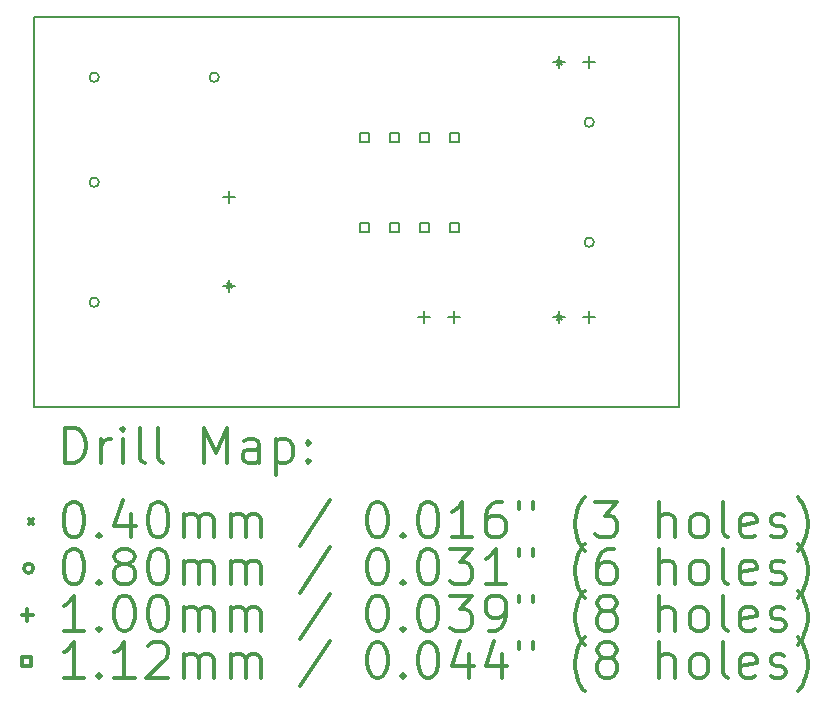
<source format=gbr>
%FSLAX45Y45*%
G04 Gerber Fmt 4.5, Leading zero omitted, Abs format (unit mm)*
G04 Created by KiCad (PCBNEW 4.0.7) date 11/13/17 00:53:44*
%MOMM*%
%LPD*%
G01*
G04 APERTURE LIST*
%ADD10C,0.127000*%
%ADD11C,0.150000*%
%ADD12C,0.200000*%
%ADD13C,0.300000*%
G04 APERTURE END LIST*
D10*
D11*
X11557000Y-8890000D02*
X11557000Y-10541000D01*
X17018000Y-8890000D02*
X11557000Y-8890000D01*
X17018000Y-9017000D02*
X17018000Y-8890000D01*
X17018000Y-12192000D02*
X11557000Y-12192000D01*
X11557000Y-12192000D02*
X11557000Y-10541000D01*
X17018000Y-9017000D02*
X17018000Y-12192000D01*
D12*
X13188000Y-11144000D02*
X13228000Y-11184000D01*
X13228000Y-11144000D02*
X13188000Y-11184000D01*
X15982000Y-9251000D02*
X16022000Y-9291000D01*
X16022000Y-9251000D02*
X15982000Y-9291000D01*
X15982000Y-11410000D02*
X16022000Y-11450000D01*
X16022000Y-11410000D02*
X15982000Y-11450000D01*
X12105000Y-9398000D02*
G75*
G03X12105000Y-9398000I-40000J0D01*
G01*
X12105000Y-10287000D02*
G75*
G03X12105000Y-10287000I-40000J0D01*
G01*
X12105000Y-11303000D02*
G75*
G03X12105000Y-11303000I-40000J0D01*
G01*
X13121000Y-9398000D02*
G75*
G03X13121000Y-9398000I-40000J0D01*
G01*
X16296000Y-9779000D02*
G75*
G03X16296000Y-9779000I-40000J0D01*
G01*
X16296000Y-10795000D02*
G75*
G03X16296000Y-10795000I-40000J0D01*
G01*
X13208000Y-10364000D02*
X13208000Y-10464000D01*
X13158000Y-10414000D02*
X13258000Y-10414000D01*
X13208000Y-11114000D02*
X13208000Y-11214000D01*
X13158000Y-11164000D02*
X13258000Y-11164000D01*
X14859000Y-11380000D02*
X14859000Y-11480000D01*
X14809000Y-11430000D02*
X14909000Y-11430000D01*
X15113000Y-11380000D02*
X15113000Y-11480000D01*
X15063000Y-11430000D02*
X15163000Y-11430000D01*
X16002000Y-9221000D02*
X16002000Y-9321000D01*
X15952000Y-9271000D02*
X16052000Y-9271000D01*
X16002000Y-11380000D02*
X16002000Y-11480000D01*
X15952000Y-11430000D02*
X16052000Y-11430000D01*
X16256000Y-9221000D02*
X16256000Y-9321000D01*
X16206000Y-9271000D02*
X16306000Y-9271000D01*
X16256000Y-11380000D02*
X16256000Y-11480000D01*
X16206000Y-11430000D02*
X16306000Y-11430000D01*
X14390513Y-9945514D02*
X14390513Y-9866487D01*
X14311486Y-9866487D01*
X14311486Y-9945514D01*
X14390513Y-9945514D01*
X14390513Y-10707514D02*
X14390513Y-10628487D01*
X14311486Y-10628487D01*
X14311486Y-10707514D01*
X14390513Y-10707514D01*
X14644513Y-9945514D02*
X14644513Y-9866487D01*
X14565486Y-9866487D01*
X14565486Y-9945514D01*
X14644513Y-9945514D01*
X14644513Y-10707514D02*
X14644513Y-10628487D01*
X14565486Y-10628487D01*
X14565486Y-10707514D01*
X14644513Y-10707514D01*
X14898513Y-9945514D02*
X14898513Y-9866487D01*
X14819486Y-9866487D01*
X14819486Y-9945514D01*
X14898513Y-9945514D01*
X14898513Y-10707514D02*
X14898513Y-10628487D01*
X14819486Y-10628487D01*
X14819486Y-10707514D01*
X14898513Y-10707514D01*
X15152513Y-9945514D02*
X15152513Y-9866487D01*
X15073486Y-9866487D01*
X15073486Y-9945514D01*
X15152513Y-9945514D01*
X15152513Y-10707514D02*
X15152513Y-10628487D01*
X15073486Y-10628487D01*
X15073486Y-10707514D01*
X15152513Y-10707514D01*
D13*
X11820928Y-12665214D02*
X11820928Y-12365214D01*
X11892357Y-12365214D01*
X11935214Y-12379500D01*
X11963786Y-12408071D01*
X11978071Y-12436643D01*
X11992357Y-12493786D01*
X11992357Y-12536643D01*
X11978071Y-12593786D01*
X11963786Y-12622357D01*
X11935214Y-12650929D01*
X11892357Y-12665214D01*
X11820928Y-12665214D01*
X12120928Y-12665214D02*
X12120928Y-12465214D01*
X12120928Y-12522357D02*
X12135214Y-12493786D01*
X12149500Y-12479500D01*
X12178071Y-12465214D01*
X12206643Y-12465214D01*
X12306643Y-12665214D02*
X12306643Y-12465214D01*
X12306643Y-12365214D02*
X12292357Y-12379500D01*
X12306643Y-12393786D01*
X12320928Y-12379500D01*
X12306643Y-12365214D01*
X12306643Y-12393786D01*
X12492357Y-12665214D02*
X12463786Y-12650929D01*
X12449500Y-12622357D01*
X12449500Y-12365214D01*
X12649500Y-12665214D02*
X12620928Y-12650929D01*
X12606643Y-12622357D01*
X12606643Y-12365214D01*
X12992357Y-12665214D02*
X12992357Y-12365214D01*
X13092357Y-12579500D01*
X13192357Y-12365214D01*
X13192357Y-12665214D01*
X13463786Y-12665214D02*
X13463786Y-12508071D01*
X13449500Y-12479500D01*
X13420928Y-12465214D01*
X13363786Y-12465214D01*
X13335214Y-12479500D01*
X13463786Y-12650929D02*
X13435214Y-12665214D01*
X13363786Y-12665214D01*
X13335214Y-12650929D01*
X13320928Y-12622357D01*
X13320928Y-12593786D01*
X13335214Y-12565214D01*
X13363786Y-12550929D01*
X13435214Y-12550929D01*
X13463786Y-12536643D01*
X13606643Y-12465214D02*
X13606643Y-12765214D01*
X13606643Y-12479500D02*
X13635214Y-12465214D01*
X13692357Y-12465214D01*
X13720928Y-12479500D01*
X13735214Y-12493786D01*
X13749500Y-12522357D01*
X13749500Y-12608071D01*
X13735214Y-12636643D01*
X13720928Y-12650929D01*
X13692357Y-12665214D01*
X13635214Y-12665214D01*
X13606643Y-12650929D01*
X13878071Y-12636643D02*
X13892357Y-12650929D01*
X13878071Y-12665214D01*
X13863786Y-12650929D01*
X13878071Y-12636643D01*
X13878071Y-12665214D01*
X13878071Y-12479500D02*
X13892357Y-12493786D01*
X13878071Y-12508071D01*
X13863786Y-12493786D01*
X13878071Y-12479500D01*
X13878071Y-12508071D01*
X11509500Y-13139500D02*
X11549500Y-13179500D01*
X11549500Y-13139500D02*
X11509500Y-13179500D01*
X11878071Y-12995214D02*
X11906643Y-12995214D01*
X11935214Y-13009500D01*
X11949500Y-13023786D01*
X11963786Y-13052357D01*
X11978071Y-13109500D01*
X11978071Y-13180929D01*
X11963786Y-13238071D01*
X11949500Y-13266643D01*
X11935214Y-13280929D01*
X11906643Y-13295214D01*
X11878071Y-13295214D01*
X11849500Y-13280929D01*
X11835214Y-13266643D01*
X11820928Y-13238071D01*
X11806643Y-13180929D01*
X11806643Y-13109500D01*
X11820928Y-13052357D01*
X11835214Y-13023786D01*
X11849500Y-13009500D01*
X11878071Y-12995214D01*
X12106643Y-13266643D02*
X12120928Y-13280929D01*
X12106643Y-13295214D01*
X12092357Y-13280929D01*
X12106643Y-13266643D01*
X12106643Y-13295214D01*
X12378071Y-13095214D02*
X12378071Y-13295214D01*
X12306643Y-12980929D02*
X12235214Y-13195214D01*
X12420928Y-13195214D01*
X12592357Y-12995214D02*
X12620928Y-12995214D01*
X12649500Y-13009500D01*
X12663786Y-13023786D01*
X12678071Y-13052357D01*
X12692357Y-13109500D01*
X12692357Y-13180929D01*
X12678071Y-13238071D01*
X12663786Y-13266643D01*
X12649500Y-13280929D01*
X12620928Y-13295214D01*
X12592357Y-13295214D01*
X12563786Y-13280929D01*
X12549500Y-13266643D01*
X12535214Y-13238071D01*
X12520928Y-13180929D01*
X12520928Y-13109500D01*
X12535214Y-13052357D01*
X12549500Y-13023786D01*
X12563786Y-13009500D01*
X12592357Y-12995214D01*
X12820928Y-13295214D02*
X12820928Y-13095214D01*
X12820928Y-13123786D02*
X12835214Y-13109500D01*
X12863786Y-13095214D01*
X12906643Y-13095214D01*
X12935214Y-13109500D01*
X12949500Y-13138071D01*
X12949500Y-13295214D01*
X12949500Y-13138071D02*
X12963786Y-13109500D01*
X12992357Y-13095214D01*
X13035214Y-13095214D01*
X13063786Y-13109500D01*
X13078071Y-13138071D01*
X13078071Y-13295214D01*
X13220928Y-13295214D02*
X13220928Y-13095214D01*
X13220928Y-13123786D02*
X13235214Y-13109500D01*
X13263786Y-13095214D01*
X13306643Y-13095214D01*
X13335214Y-13109500D01*
X13349500Y-13138071D01*
X13349500Y-13295214D01*
X13349500Y-13138071D02*
X13363786Y-13109500D01*
X13392357Y-13095214D01*
X13435214Y-13095214D01*
X13463786Y-13109500D01*
X13478071Y-13138071D01*
X13478071Y-13295214D01*
X14063786Y-12980929D02*
X13806643Y-13366643D01*
X14449500Y-12995214D02*
X14478071Y-12995214D01*
X14506643Y-13009500D01*
X14520928Y-13023786D01*
X14535214Y-13052357D01*
X14549500Y-13109500D01*
X14549500Y-13180929D01*
X14535214Y-13238071D01*
X14520928Y-13266643D01*
X14506643Y-13280929D01*
X14478071Y-13295214D01*
X14449500Y-13295214D01*
X14420928Y-13280929D01*
X14406643Y-13266643D01*
X14392357Y-13238071D01*
X14378071Y-13180929D01*
X14378071Y-13109500D01*
X14392357Y-13052357D01*
X14406643Y-13023786D01*
X14420928Y-13009500D01*
X14449500Y-12995214D01*
X14678071Y-13266643D02*
X14692357Y-13280929D01*
X14678071Y-13295214D01*
X14663786Y-13280929D01*
X14678071Y-13266643D01*
X14678071Y-13295214D01*
X14878071Y-12995214D02*
X14906643Y-12995214D01*
X14935214Y-13009500D01*
X14949500Y-13023786D01*
X14963785Y-13052357D01*
X14978071Y-13109500D01*
X14978071Y-13180929D01*
X14963785Y-13238071D01*
X14949500Y-13266643D01*
X14935214Y-13280929D01*
X14906643Y-13295214D01*
X14878071Y-13295214D01*
X14849500Y-13280929D01*
X14835214Y-13266643D01*
X14820928Y-13238071D01*
X14806643Y-13180929D01*
X14806643Y-13109500D01*
X14820928Y-13052357D01*
X14835214Y-13023786D01*
X14849500Y-13009500D01*
X14878071Y-12995214D01*
X15263785Y-13295214D02*
X15092357Y-13295214D01*
X15178071Y-13295214D02*
X15178071Y-12995214D01*
X15149500Y-13038071D01*
X15120928Y-13066643D01*
X15092357Y-13080929D01*
X15520928Y-12995214D02*
X15463785Y-12995214D01*
X15435214Y-13009500D01*
X15420928Y-13023786D01*
X15392357Y-13066643D01*
X15378071Y-13123786D01*
X15378071Y-13238071D01*
X15392357Y-13266643D01*
X15406643Y-13280929D01*
X15435214Y-13295214D01*
X15492357Y-13295214D01*
X15520928Y-13280929D01*
X15535214Y-13266643D01*
X15549500Y-13238071D01*
X15549500Y-13166643D01*
X15535214Y-13138071D01*
X15520928Y-13123786D01*
X15492357Y-13109500D01*
X15435214Y-13109500D01*
X15406643Y-13123786D01*
X15392357Y-13138071D01*
X15378071Y-13166643D01*
X15663786Y-12995214D02*
X15663786Y-13052357D01*
X15778071Y-12995214D02*
X15778071Y-13052357D01*
X16220928Y-13409500D02*
X16206643Y-13395214D01*
X16178071Y-13352357D01*
X16163785Y-13323786D01*
X16149500Y-13280929D01*
X16135214Y-13209500D01*
X16135214Y-13152357D01*
X16149500Y-13080929D01*
X16163785Y-13038071D01*
X16178071Y-13009500D01*
X16206643Y-12966643D01*
X16220928Y-12952357D01*
X16306643Y-12995214D02*
X16492357Y-12995214D01*
X16392357Y-13109500D01*
X16435214Y-13109500D01*
X16463785Y-13123786D01*
X16478071Y-13138071D01*
X16492357Y-13166643D01*
X16492357Y-13238071D01*
X16478071Y-13266643D01*
X16463785Y-13280929D01*
X16435214Y-13295214D01*
X16349500Y-13295214D01*
X16320928Y-13280929D01*
X16306643Y-13266643D01*
X16849500Y-13295214D02*
X16849500Y-12995214D01*
X16978071Y-13295214D02*
X16978071Y-13138071D01*
X16963786Y-13109500D01*
X16935214Y-13095214D01*
X16892357Y-13095214D01*
X16863786Y-13109500D01*
X16849500Y-13123786D01*
X17163786Y-13295214D02*
X17135214Y-13280929D01*
X17120928Y-13266643D01*
X17106643Y-13238071D01*
X17106643Y-13152357D01*
X17120928Y-13123786D01*
X17135214Y-13109500D01*
X17163786Y-13095214D01*
X17206643Y-13095214D01*
X17235214Y-13109500D01*
X17249500Y-13123786D01*
X17263786Y-13152357D01*
X17263786Y-13238071D01*
X17249500Y-13266643D01*
X17235214Y-13280929D01*
X17206643Y-13295214D01*
X17163786Y-13295214D01*
X17435214Y-13295214D02*
X17406643Y-13280929D01*
X17392357Y-13252357D01*
X17392357Y-12995214D01*
X17663786Y-13280929D02*
X17635214Y-13295214D01*
X17578071Y-13295214D01*
X17549500Y-13280929D01*
X17535214Y-13252357D01*
X17535214Y-13138071D01*
X17549500Y-13109500D01*
X17578071Y-13095214D01*
X17635214Y-13095214D01*
X17663786Y-13109500D01*
X17678071Y-13138071D01*
X17678071Y-13166643D01*
X17535214Y-13195214D01*
X17792357Y-13280929D02*
X17820929Y-13295214D01*
X17878071Y-13295214D01*
X17906643Y-13280929D01*
X17920929Y-13252357D01*
X17920929Y-13238071D01*
X17906643Y-13209500D01*
X17878071Y-13195214D01*
X17835214Y-13195214D01*
X17806643Y-13180929D01*
X17792357Y-13152357D01*
X17792357Y-13138071D01*
X17806643Y-13109500D01*
X17835214Y-13095214D01*
X17878071Y-13095214D01*
X17906643Y-13109500D01*
X18020928Y-13409500D02*
X18035214Y-13395214D01*
X18063786Y-13352357D01*
X18078071Y-13323786D01*
X18092357Y-13280929D01*
X18106643Y-13209500D01*
X18106643Y-13152357D01*
X18092357Y-13080929D01*
X18078071Y-13038071D01*
X18063786Y-13009500D01*
X18035214Y-12966643D01*
X18020928Y-12952357D01*
X11549500Y-13555500D02*
G75*
G03X11549500Y-13555500I-40000J0D01*
G01*
X11878071Y-13391214D02*
X11906643Y-13391214D01*
X11935214Y-13405500D01*
X11949500Y-13419786D01*
X11963786Y-13448357D01*
X11978071Y-13505500D01*
X11978071Y-13576929D01*
X11963786Y-13634071D01*
X11949500Y-13662643D01*
X11935214Y-13676929D01*
X11906643Y-13691214D01*
X11878071Y-13691214D01*
X11849500Y-13676929D01*
X11835214Y-13662643D01*
X11820928Y-13634071D01*
X11806643Y-13576929D01*
X11806643Y-13505500D01*
X11820928Y-13448357D01*
X11835214Y-13419786D01*
X11849500Y-13405500D01*
X11878071Y-13391214D01*
X12106643Y-13662643D02*
X12120928Y-13676929D01*
X12106643Y-13691214D01*
X12092357Y-13676929D01*
X12106643Y-13662643D01*
X12106643Y-13691214D01*
X12292357Y-13519786D02*
X12263786Y-13505500D01*
X12249500Y-13491214D01*
X12235214Y-13462643D01*
X12235214Y-13448357D01*
X12249500Y-13419786D01*
X12263786Y-13405500D01*
X12292357Y-13391214D01*
X12349500Y-13391214D01*
X12378071Y-13405500D01*
X12392357Y-13419786D01*
X12406643Y-13448357D01*
X12406643Y-13462643D01*
X12392357Y-13491214D01*
X12378071Y-13505500D01*
X12349500Y-13519786D01*
X12292357Y-13519786D01*
X12263786Y-13534071D01*
X12249500Y-13548357D01*
X12235214Y-13576929D01*
X12235214Y-13634071D01*
X12249500Y-13662643D01*
X12263786Y-13676929D01*
X12292357Y-13691214D01*
X12349500Y-13691214D01*
X12378071Y-13676929D01*
X12392357Y-13662643D01*
X12406643Y-13634071D01*
X12406643Y-13576929D01*
X12392357Y-13548357D01*
X12378071Y-13534071D01*
X12349500Y-13519786D01*
X12592357Y-13391214D02*
X12620928Y-13391214D01*
X12649500Y-13405500D01*
X12663786Y-13419786D01*
X12678071Y-13448357D01*
X12692357Y-13505500D01*
X12692357Y-13576929D01*
X12678071Y-13634071D01*
X12663786Y-13662643D01*
X12649500Y-13676929D01*
X12620928Y-13691214D01*
X12592357Y-13691214D01*
X12563786Y-13676929D01*
X12549500Y-13662643D01*
X12535214Y-13634071D01*
X12520928Y-13576929D01*
X12520928Y-13505500D01*
X12535214Y-13448357D01*
X12549500Y-13419786D01*
X12563786Y-13405500D01*
X12592357Y-13391214D01*
X12820928Y-13691214D02*
X12820928Y-13491214D01*
X12820928Y-13519786D02*
X12835214Y-13505500D01*
X12863786Y-13491214D01*
X12906643Y-13491214D01*
X12935214Y-13505500D01*
X12949500Y-13534071D01*
X12949500Y-13691214D01*
X12949500Y-13534071D02*
X12963786Y-13505500D01*
X12992357Y-13491214D01*
X13035214Y-13491214D01*
X13063786Y-13505500D01*
X13078071Y-13534071D01*
X13078071Y-13691214D01*
X13220928Y-13691214D02*
X13220928Y-13491214D01*
X13220928Y-13519786D02*
X13235214Y-13505500D01*
X13263786Y-13491214D01*
X13306643Y-13491214D01*
X13335214Y-13505500D01*
X13349500Y-13534071D01*
X13349500Y-13691214D01*
X13349500Y-13534071D02*
X13363786Y-13505500D01*
X13392357Y-13491214D01*
X13435214Y-13491214D01*
X13463786Y-13505500D01*
X13478071Y-13534071D01*
X13478071Y-13691214D01*
X14063786Y-13376929D02*
X13806643Y-13762643D01*
X14449500Y-13391214D02*
X14478071Y-13391214D01*
X14506643Y-13405500D01*
X14520928Y-13419786D01*
X14535214Y-13448357D01*
X14549500Y-13505500D01*
X14549500Y-13576929D01*
X14535214Y-13634071D01*
X14520928Y-13662643D01*
X14506643Y-13676929D01*
X14478071Y-13691214D01*
X14449500Y-13691214D01*
X14420928Y-13676929D01*
X14406643Y-13662643D01*
X14392357Y-13634071D01*
X14378071Y-13576929D01*
X14378071Y-13505500D01*
X14392357Y-13448357D01*
X14406643Y-13419786D01*
X14420928Y-13405500D01*
X14449500Y-13391214D01*
X14678071Y-13662643D02*
X14692357Y-13676929D01*
X14678071Y-13691214D01*
X14663786Y-13676929D01*
X14678071Y-13662643D01*
X14678071Y-13691214D01*
X14878071Y-13391214D02*
X14906643Y-13391214D01*
X14935214Y-13405500D01*
X14949500Y-13419786D01*
X14963785Y-13448357D01*
X14978071Y-13505500D01*
X14978071Y-13576929D01*
X14963785Y-13634071D01*
X14949500Y-13662643D01*
X14935214Y-13676929D01*
X14906643Y-13691214D01*
X14878071Y-13691214D01*
X14849500Y-13676929D01*
X14835214Y-13662643D01*
X14820928Y-13634071D01*
X14806643Y-13576929D01*
X14806643Y-13505500D01*
X14820928Y-13448357D01*
X14835214Y-13419786D01*
X14849500Y-13405500D01*
X14878071Y-13391214D01*
X15078071Y-13391214D02*
X15263785Y-13391214D01*
X15163785Y-13505500D01*
X15206643Y-13505500D01*
X15235214Y-13519786D01*
X15249500Y-13534071D01*
X15263785Y-13562643D01*
X15263785Y-13634071D01*
X15249500Y-13662643D01*
X15235214Y-13676929D01*
X15206643Y-13691214D01*
X15120928Y-13691214D01*
X15092357Y-13676929D01*
X15078071Y-13662643D01*
X15549500Y-13691214D02*
X15378071Y-13691214D01*
X15463785Y-13691214D02*
X15463785Y-13391214D01*
X15435214Y-13434071D01*
X15406643Y-13462643D01*
X15378071Y-13476929D01*
X15663786Y-13391214D02*
X15663786Y-13448357D01*
X15778071Y-13391214D02*
X15778071Y-13448357D01*
X16220928Y-13805500D02*
X16206643Y-13791214D01*
X16178071Y-13748357D01*
X16163785Y-13719786D01*
X16149500Y-13676929D01*
X16135214Y-13605500D01*
X16135214Y-13548357D01*
X16149500Y-13476929D01*
X16163785Y-13434071D01*
X16178071Y-13405500D01*
X16206643Y-13362643D01*
X16220928Y-13348357D01*
X16463785Y-13391214D02*
X16406643Y-13391214D01*
X16378071Y-13405500D01*
X16363785Y-13419786D01*
X16335214Y-13462643D01*
X16320928Y-13519786D01*
X16320928Y-13634071D01*
X16335214Y-13662643D01*
X16349500Y-13676929D01*
X16378071Y-13691214D01*
X16435214Y-13691214D01*
X16463785Y-13676929D01*
X16478071Y-13662643D01*
X16492357Y-13634071D01*
X16492357Y-13562643D01*
X16478071Y-13534071D01*
X16463785Y-13519786D01*
X16435214Y-13505500D01*
X16378071Y-13505500D01*
X16349500Y-13519786D01*
X16335214Y-13534071D01*
X16320928Y-13562643D01*
X16849500Y-13691214D02*
X16849500Y-13391214D01*
X16978071Y-13691214D02*
X16978071Y-13534071D01*
X16963786Y-13505500D01*
X16935214Y-13491214D01*
X16892357Y-13491214D01*
X16863786Y-13505500D01*
X16849500Y-13519786D01*
X17163786Y-13691214D02*
X17135214Y-13676929D01*
X17120928Y-13662643D01*
X17106643Y-13634071D01*
X17106643Y-13548357D01*
X17120928Y-13519786D01*
X17135214Y-13505500D01*
X17163786Y-13491214D01*
X17206643Y-13491214D01*
X17235214Y-13505500D01*
X17249500Y-13519786D01*
X17263786Y-13548357D01*
X17263786Y-13634071D01*
X17249500Y-13662643D01*
X17235214Y-13676929D01*
X17206643Y-13691214D01*
X17163786Y-13691214D01*
X17435214Y-13691214D02*
X17406643Y-13676929D01*
X17392357Y-13648357D01*
X17392357Y-13391214D01*
X17663786Y-13676929D02*
X17635214Y-13691214D01*
X17578071Y-13691214D01*
X17549500Y-13676929D01*
X17535214Y-13648357D01*
X17535214Y-13534071D01*
X17549500Y-13505500D01*
X17578071Y-13491214D01*
X17635214Y-13491214D01*
X17663786Y-13505500D01*
X17678071Y-13534071D01*
X17678071Y-13562643D01*
X17535214Y-13591214D01*
X17792357Y-13676929D02*
X17820929Y-13691214D01*
X17878071Y-13691214D01*
X17906643Y-13676929D01*
X17920929Y-13648357D01*
X17920929Y-13634071D01*
X17906643Y-13605500D01*
X17878071Y-13591214D01*
X17835214Y-13591214D01*
X17806643Y-13576929D01*
X17792357Y-13548357D01*
X17792357Y-13534071D01*
X17806643Y-13505500D01*
X17835214Y-13491214D01*
X17878071Y-13491214D01*
X17906643Y-13505500D01*
X18020928Y-13805500D02*
X18035214Y-13791214D01*
X18063786Y-13748357D01*
X18078071Y-13719786D01*
X18092357Y-13676929D01*
X18106643Y-13605500D01*
X18106643Y-13548357D01*
X18092357Y-13476929D01*
X18078071Y-13434071D01*
X18063786Y-13405500D01*
X18035214Y-13362643D01*
X18020928Y-13348357D01*
X11499500Y-13901500D02*
X11499500Y-14001500D01*
X11449500Y-13951500D02*
X11549500Y-13951500D01*
X11978071Y-14087214D02*
X11806643Y-14087214D01*
X11892357Y-14087214D02*
X11892357Y-13787214D01*
X11863786Y-13830071D01*
X11835214Y-13858643D01*
X11806643Y-13872929D01*
X12106643Y-14058643D02*
X12120928Y-14072929D01*
X12106643Y-14087214D01*
X12092357Y-14072929D01*
X12106643Y-14058643D01*
X12106643Y-14087214D01*
X12306643Y-13787214D02*
X12335214Y-13787214D01*
X12363786Y-13801500D01*
X12378071Y-13815786D01*
X12392357Y-13844357D01*
X12406643Y-13901500D01*
X12406643Y-13972929D01*
X12392357Y-14030071D01*
X12378071Y-14058643D01*
X12363786Y-14072929D01*
X12335214Y-14087214D01*
X12306643Y-14087214D01*
X12278071Y-14072929D01*
X12263786Y-14058643D01*
X12249500Y-14030071D01*
X12235214Y-13972929D01*
X12235214Y-13901500D01*
X12249500Y-13844357D01*
X12263786Y-13815786D01*
X12278071Y-13801500D01*
X12306643Y-13787214D01*
X12592357Y-13787214D02*
X12620928Y-13787214D01*
X12649500Y-13801500D01*
X12663786Y-13815786D01*
X12678071Y-13844357D01*
X12692357Y-13901500D01*
X12692357Y-13972929D01*
X12678071Y-14030071D01*
X12663786Y-14058643D01*
X12649500Y-14072929D01*
X12620928Y-14087214D01*
X12592357Y-14087214D01*
X12563786Y-14072929D01*
X12549500Y-14058643D01*
X12535214Y-14030071D01*
X12520928Y-13972929D01*
X12520928Y-13901500D01*
X12535214Y-13844357D01*
X12549500Y-13815786D01*
X12563786Y-13801500D01*
X12592357Y-13787214D01*
X12820928Y-14087214D02*
X12820928Y-13887214D01*
X12820928Y-13915786D02*
X12835214Y-13901500D01*
X12863786Y-13887214D01*
X12906643Y-13887214D01*
X12935214Y-13901500D01*
X12949500Y-13930071D01*
X12949500Y-14087214D01*
X12949500Y-13930071D02*
X12963786Y-13901500D01*
X12992357Y-13887214D01*
X13035214Y-13887214D01*
X13063786Y-13901500D01*
X13078071Y-13930071D01*
X13078071Y-14087214D01*
X13220928Y-14087214D02*
X13220928Y-13887214D01*
X13220928Y-13915786D02*
X13235214Y-13901500D01*
X13263786Y-13887214D01*
X13306643Y-13887214D01*
X13335214Y-13901500D01*
X13349500Y-13930071D01*
X13349500Y-14087214D01*
X13349500Y-13930071D02*
X13363786Y-13901500D01*
X13392357Y-13887214D01*
X13435214Y-13887214D01*
X13463786Y-13901500D01*
X13478071Y-13930071D01*
X13478071Y-14087214D01*
X14063786Y-13772929D02*
X13806643Y-14158643D01*
X14449500Y-13787214D02*
X14478071Y-13787214D01*
X14506643Y-13801500D01*
X14520928Y-13815786D01*
X14535214Y-13844357D01*
X14549500Y-13901500D01*
X14549500Y-13972929D01*
X14535214Y-14030071D01*
X14520928Y-14058643D01*
X14506643Y-14072929D01*
X14478071Y-14087214D01*
X14449500Y-14087214D01*
X14420928Y-14072929D01*
X14406643Y-14058643D01*
X14392357Y-14030071D01*
X14378071Y-13972929D01*
X14378071Y-13901500D01*
X14392357Y-13844357D01*
X14406643Y-13815786D01*
X14420928Y-13801500D01*
X14449500Y-13787214D01*
X14678071Y-14058643D02*
X14692357Y-14072929D01*
X14678071Y-14087214D01*
X14663786Y-14072929D01*
X14678071Y-14058643D01*
X14678071Y-14087214D01*
X14878071Y-13787214D02*
X14906643Y-13787214D01*
X14935214Y-13801500D01*
X14949500Y-13815786D01*
X14963785Y-13844357D01*
X14978071Y-13901500D01*
X14978071Y-13972929D01*
X14963785Y-14030071D01*
X14949500Y-14058643D01*
X14935214Y-14072929D01*
X14906643Y-14087214D01*
X14878071Y-14087214D01*
X14849500Y-14072929D01*
X14835214Y-14058643D01*
X14820928Y-14030071D01*
X14806643Y-13972929D01*
X14806643Y-13901500D01*
X14820928Y-13844357D01*
X14835214Y-13815786D01*
X14849500Y-13801500D01*
X14878071Y-13787214D01*
X15078071Y-13787214D02*
X15263785Y-13787214D01*
X15163785Y-13901500D01*
X15206643Y-13901500D01*
X15235214Y-13915786D01*
X15249500Y-13930071D01*
X15263785Y-13958643D01*
X15263785Y-14030071D01*
X15249500Y-14058643D01*
X15235214Y-14072929D01*
X15206643Y-14087214D01*
X15120928Y-14087214D01*
X15092357Y-14072929D01*
X15078071Y-14058643D01*
X15406643Y-14087214D02*
X15463785Y-14087214D01*
X15492357Y-14072929D01*
X15506643Y-14058643D01*
X15535214Y-14015786D01*
X15549500Y-13958643D01*
X15549500Y-13844357D01*
X15535214Y-13815786D01*
X15520928Y-13801500D01*
X15492357Y-13787214D01*
X15435214Y-13787214D01*
X15406643Y-13801500D01*
X15392357Y-13815786D01*
X15378071Y-13844357D01*
X15378071Y-13915786D01*
X15392357Y-13944357D01*
X15406643Y-13958643D01*
X15435214Y-13972929D01*
X15492357Y-13972929D01*
X15520928Y-13958643D01*
X15535214Y-13944357D01*
X15549500Y-13915786D01*
X15663786Y-13787214D02*
X15663786Y-13844357D01*
X15778071Y-13787214D02*
X15778071Y-13844357D01*
X16220928Y-14201500D02*
X16206643Y-14187214D01*
X16178071Y-14144357D01*
X16163785Y-14115786D01*
X16149500Y-14072929D01*
X16135214Y-14001500D01*
X16135214Y-13944357D01*
X16149500Y-13872929D01*
X16163785Y-13830071D01*
X16178071Y-13801500D01*
X16206643Y-13758643D01*
X16220928Y-13744357D01*
X16378071Y-13915786D02*
X16349500Y-13901500D01*
X16335214Y-13887214D01*
X16320928Y-13858643D01*
X16320928Y-13844357D01*
X16335214Y-13815786D01*
X16349500Y-13801500D01*
X16378071Y-13787214D01*
X16435214Y-13787214D01*
X16463785Y-13801500D01*
X16478071Y-13815786D01*
X16492357Y-13844357D01*
X16492357Y-13858643D01*
X16478071Y-13887214D01*
X16463785Y-13901500D01*
X16435214Y-13915786D01*
X16378071Y-13915786D01*
X16349500Y-13930071D01*
X16335214Y-13944357D01*
X16320928Y-13972929D01*
X16320928Y-14030071D01*
X16335214Y-14058643D01*
X16349500Y-14072929D01*
X16378071Y-14087214D01*
X16435214Y-14087214D01*
X16463785Y-14072929D01*
X16478071Y-14058643D01*
X16492357Y-14030071D01*
X16492357Y-13972929D01*
X16478071Y-13944357D01*
X16463785Y-13930071D01*
X16435214Y-13915786D01*
X16849500Y-14087214D02*
X16849500Y-13787214D01*
X16978071Y-14087214D02*
X16978071Y-13930071D01*
X16963786Y-13901500D01*
X16935214Y-13887214D01*
X16892357Y-13887214D01*
X16863786Y-13901500D01*
X16849500Y-13915786D01*
X17163786Y-14087214D02*
X17135214Y-14072929D01*
X17120928Y-14058643D01*
X17106643Y-14030071D01*
X17106643Y-13944357D01*
X17120928Y-13915786D01*
X17135214Y-13901500D01*
X17163786Y-13887214D01*
X17206643Y-13887214D01*
X17235214Y-13901500D01*
X17249500Y-13915786D01*
X17263786Y-13944357D01*
X17263786Y-14030071D01*
X17249500Y-14058643D01*
X17235214Y-14072929D01*
X17206643Y-14087214D01*
X17163786Y-14087214D01*
X17435214Y-14087214D02*
X17406643Y-14072929D01*
X17392357Y-14044357D01*
X17392357Y-13787214D01*
X17663786Y-14072929D02*
X17635214Y-14087214D01*
X17578071Y-14087214D01*
X17549500Y-14072929D01*
X17535214Y-14044357D01*
X17535214Y-13930071D01*
X17549500Y-13901500D01*
X17578071Y-13887214D01*
X17635214Y-13887214D01*
X17663786Y-13901500D01*
X17678071Y-13930071D01*
X17678071Y-13958643D01*
X17535214Y-13987214D01*
X17792357Y-14072929D02*
X17820929Y-14087214D01*
X17878071Y-14087214D01*
X17906643Y-14072929D01*
X17920929Y-14044357D01*
X17920929Y-14030071D01*
X17906643Y-14001500D01*
X17878071Y-13987214D01*
X17835214Y-13987214D01*
X17806643Y-13972929D01*
X17792357Y-13944357D01*
X17792357Y-13930071D01*
X17806643Y-13901500D01*
X17835214Y-13887214D01*
X17878071Y-13887214D01*
X17906643Y-13901500D01*
X18020928Y-14201500D02*
X18035214Y-14187214D01*
X18063786Y-14144357D01*
X18078071Y-14115786D01*
X18092357Y-14072929D01*
X18106643Y-14001500D01*
X18106643Y-13944357D01*
X18092357Y-13872929D01*
X18078071Y-13830071D01*
X18063786Y-13801500D01*
X18035214Y-13758643D01*
X18020928Y-13744357D01*
X11533133Y-14387014D02*
X11533133Y-14307987D01*
X11454106Y-14307987D01*
X11454106Y-14387014D01*
X11533133Y-14387014D01*
X11978071Y-14483214D02*
X11806643Y-14483214D01*
X11892357Y-14483214D02*
X11892357Y-14183214D01*
X11863786Y-14226071D01*
X11835214Y-14254643D01*
X11806643Y-14268929D01*
X12106643Y-14454643D02*
X12120928Y-14468929D01*
X12106643Y-14483214D01*
X12092357Y-14468929D01*
X12106643Y-14454643D01*
X12106643Y-14483214D01*
X12406643Y-14483214D02*
X12235214Y-14483214D01*
X12320928Y-14483214D02*
X12320928Y-14183214D01*
X12292357Y-14226071D01*
X12263786Y-14254643D01*
X12235214Y-14268929D01*
X12520928Y-14211786D02*
X12535214Y-14197500D01*
X12563786Y-14183214D01*
X12635214Y-14183214D01*
X12663786Y-14197500D01*
X12678071Y-14211786D01*
X12692357Y-14240357D01*
X12692357Y-14268929D01*
X12678071Y-14311786D01*
X12506643Y-14483214D01*
X12692357Y-14483214D01*
X12820928Y-14483214D02*
X12820928Y-14283214D01*
X12820928Y-14311786D02*
X12835214Y-14297500D01*
X12863786Y-14283214D01*
X12906643Y-14283214D01*
X12935214Y-14297500D01*
X12949500Y-14326071D01*
X12949500Y-14483214D01*
X12949500Y-14326071D02*
X12963786Y-14297500D01*
X12992357Y-14283214D01*
X13035214Y-14283214D01*
X13063786Y-14297500D01*
X13078071Y-14326071D01*
X13078071Y-14483214D01*
X13220928Y-14483214D02*
X13220928Y-14283214D01*
X13220928Y-14311786D02*
X13235214Y-14297500D01*
X13263786Y-14283214D01*
X13306643Y-14283214D01*
X13335214Y-14297500D01*
X13349500Y-14326071D01*
X13349500Y-14483214D01*
X13349500Y-14326071D02*
X13363786Y-14297500D01*
X13392357Y-14283214D01*
X13435214Y-14283214D01*
X13463786Y-14297500D01*
X13478071Y-14326071D01*
X13478071Y-14483214D01*
X14063786Y-14168929D02*
X13806643Y-14554643D01*
X14449500Y-14183214D02*
X14478071Y-14183214D01*
X14506643Y-14197500D01*
X14520928Y-14211786D01*
X14535214Y-14240357D01*
X14549500Y-14297500D01*
X14549500Y-14368929D01*
X14535214Y-14426071D01*
X14520928Y-14454643D01*
X14506643Y-14468929D01*
X14478071Y-14483214D01*
X14449500Y-14483214D01*
X14420928Y-14468929D01*
X14406643Y-14454643D01*
X14392357Y-14426071D01*
X14378071Y-14368929D01*
X14378071Y-14297500D01*
X14392357Y-14240357D01*
X14406643Y-14211786D01*
X14420928Y-14197500D01*
X14449500Y-14183214D01*
X14678071Y-14454643D02*
X14692357Y-14468929D01*
X14678071Y-14483214D01*
X14663786Y-14468929D01*
X14678071Y-14454643D01*
X14678071Y-14483214D01*
X14878071Y-14183214D02*
X14906643Y-14183214D01*
X14935214Y-14197500D01*
X14949500Y-14211786D01*
X14963785Y-14240357D01*
X14978071Y-14297500D01*
X14978071Y-14368929D01*
X14963785Y-14426071D01*
X14949500Y-14454643D01*
X14935214Y-14468929D01*
X14906643Y-14483214D01*
X14878071Y-14483214D01*
X14849500Y-14468929D01*
X14835214Y-14454643D01*
X14820928Y-14426071D01*
X14806643Y-14368929D01*
X14806643Y-14297500D01*
X14820928Y-14240357D01*
X14835214Y-14211786D01*
X14849500Y-14197500D01*
X14878071Y-14183214D01*
X15235214Y-14283214D02*
X15235214Y-14483214D01*
X15163785Y-14168929D02*
X15092357Y-14383214D01*
X15278071Y-14383214D01*
X15520928Y-14283214D02*
X15520928Y-14483214D01*
X15449500Y-14168929D02*
X15378071Y-14383214D01*
X15563785Y-14383214D01*
X15663786Y-14183214D02*
X15663786Y-14240357D01*
X15778071Y-14183214D02*
X15778071Y-14240357D01*
X16220928Y-14597500D02*
X16206643Y-14583214D01*
X16178071Y-14540357D01*
X16163785Y-14511786D01*
X16149500Y-14468929D01*
X16135214Y-14397500D01*
X16135214Y-14340357D01*
X16149500Y-14268929D01*
X16163785Y-14226071D01*
X16178071Y-14197500D01*
X16206643Y-14154643D01*
X16220928Y-14140357D01*
X16378071Y-14311786D02*
X16349500Y-14297500D01*
X16335214Y-14283214D01*
X16320928Y-14254643D01*
X16320928Y-14240357D01*
X16335214Y-14211786D01*
X16349500Y-14197500D01*
X16378071Y-14183214D01*
X16435214Y-14183214D01*
X16463785Y-14197500D01*
X16478071Y-14211786D01*
X16492357Y-14240357D01*
X16492357Y-14254643D01*
X16478071Y-14283214D01*
X16463785Y-14297500D01*
X16435214Y-14311786D01*
X16378071Y-14311786D01*
X16349500Y-14326071D01*
X16335214Y-14340357D01*
X16320928Y-14368929D01*
X16320928Y-14426071D01*
X16335214Y-14454643D01*
X16349500Y-14468929D01*
X16378071Y-14483214D01*
X16435214Y-14483214D01*
X16463785Y-14468929D01*
X16478071Y-14454643D01*
X16492357Y-14426071D01*
X16492357Y-14368929D01*
X16478071Y-14340357D01*
X16463785Y-14326071D01*
X16435214Y-14311786D01*
X16849500Y-14483214D02*
X16849500Y-14183214D01*
X16978071Y-14483214D02*
X16978071Y-14326071D01*
X16963786Y-14297500D01*
X16935214Y-14283214D01*
X16892357Y-14283214D01*
X16863786Y-14297500D01*
X16849500Y-14311786D01*
X17163786Y-14483214D02*
X17135214Y-14468929D01*
X17120928Y-14454643D01*
X17106643Y-14426071D01*
X17106643Y-14340357D01*
X17120928Y-14311786D01*
X17135214Y-14297500D01*
X17163786Y-14283214D01*
X17206643Y-14283214D01*
X17235214Y-14297500D01*
X17249500Y-14311786D01*
X17263786Y-14340357D01*
X17263786Y-14426071D01*
X17249500Y-14454643D01*
X17235214Y-14468929D01*
X17206643Y-14483214D01*
X17163786Y-14483214D01*
X17435214Y-14483214D02*
X17406643Y-14468929D01*
X17392357Y-14440357D01*
X17392357Y-14183214D01*
X17663786Y-14468929D02*
X17635214Y-14483214D01*
X17578071Y-14483214D01*
X17549500Y-14468929D01*
X17535214Y-14440357D01*
X17535214Y-14326071D01*
X17549500Y-14297500D01*
X17578071Y-14283214D01*
X17635214Y-14283214D01*
X17663786Y-14297500D01*
X17678071Y-14326071D01*
X17678071Y-14354643D01*
X17535214Y-14383214D01*
X17792357Y-14468929D02*
X17820929Y-14483214D01*
X17878071Y-14483214D01*
X17906643Y-14468929D01*
X17920929Y-14440357D01*
X17920929Y-14426071D01*
X17906643Y-14397500D01*
X17878071Y-14383214D01*
X17835214Y-14383214D01*
X17806643Y-14368929D01*
X17792357Y-14340357D01*
X17792357Y-14326071D01*
X17806643Y-14297500D01*
X17835214Y-14283214D01*
X17878071Y-14283214D01*
X17906643Y-14297500D01*
X18020928Y-14597500D02*
X18035214Y-14583214D01*
X18063786Y-14540357D01*
X18078071Y-14511786D01*
X18092357Y-14468929D01*
X18106643Y-14397500D01*
X18106643Y-14340357D01*
X18092357Y-14268929D01*
X18078071Y-14226071D01*
X18063786Y-14197500D01*
X18035214Y-14154643D01*
X18020928Y-14140357D01*
M02*

</source>
